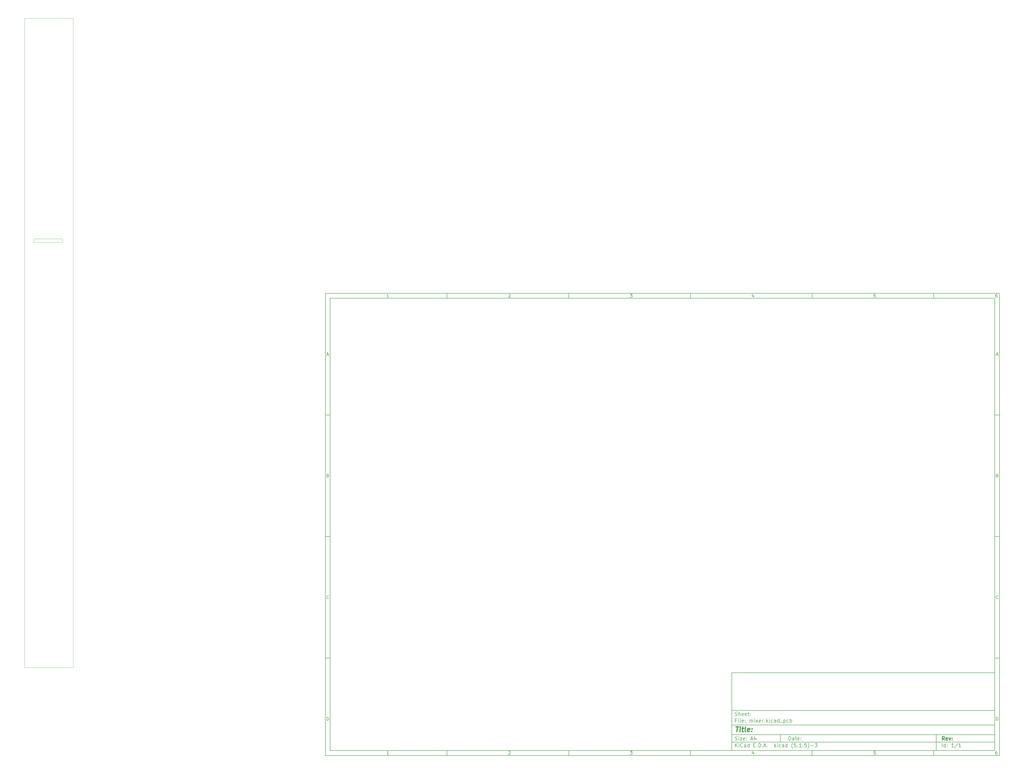
<source format=gbr>
G04 #@! TF.GenerationSoftware,KiCad,Pcbnew,(5.1.5)-3*
G04 #@! TF.CreationDate,2020-05-25T14:27:37+01:00*
G04 #@! TF.ProjectId,mixer,6d697865-722e-46b6-9963-61645f706362,rev?*
G04 #@! TF.SameCoordinates,Original*
G04 #@! TF.FileFunction,Profile,NP*
%FSLAX46Y46*%
G04 Gerber Fmt 4.6, Leading zero omitted, Abs format (unit mm)*
G04 Created by KiCad (PCBNEW (5.1.5)-3) date 2020-05-25 14:27:37*
%MOMM*%
%LPD*%
G04 APERTURE LIST*
%ADD10C,0.100000*%
%ADD11C,0.150000*%
%ADD12C,0.300000*%
%ADD13C,0.400000*%
%ADD14C,0.050000*%
G04 APERTURE END LIST*
D10*
D11*
X177002200Y-166007200D02*
X177002200Y-198007200D01*
X285002200Y-198007200D01*
X285002200Y-166007200D01*
X177002200Y-166007200D01*
D10*
D11*
X10000000Y-10000000D02*
X10000000Y-200007200D01*
X287002200Y-200007200D01*
X287002200Y-10000000D01*
X10000000Y-10000000D01*
D10*
D11*
X12000000Y-12000000D02*
X12000000Y-198007200D01*
X285002200Y-198007200D01*
X285002200Y-12000000D01*
X12000000Y-12000000D01*
D10*
D11*
X60000000Y-12000000D02*
X60000000Y-10000000D01*
D10*
D11*
X110000000Y-12000000D02*
X110000000Y-10000000D01*
D10*
D11*
X160000000Y-12000000D02*
X160000000Y-10000000D01*
D10*
D11*
X210000000Y-12000000D02*
X210000000Y-10000000D01*
D10*
D11*
X260000000Y-12000000D02*
X260000000Y-10000000D01*
D10*
D11*
X36065476Y-11588095D02*
X35322619Y-11588095D01*
X35694047Y-11588095D02*
X35694047Y-10288095D01*
X35570238Y-10473809D01*
X35446428Y-10597619D01*
X35322619Y-10659523D01*
D10*
D11*
X85322619Y-10411904D02*
X85384523Y-10350000D01*
X85508333Y-10288095D01*
X85817857Y-10288095D01*
X85941666Y-10350000D01*
X86003571Y-10411904D01*
X86065476Y-10535714D01*
X86065476Y-10659523D01*
X86003571Y-10845238D01*
X85260714Y-11588095D01*
X86065476Y-11588095D01*
D10*
D11*
X135260714Y-10288095D02*
X136065476Y-10288095D01*
X135632142Y-10783333D01*
X135817857Y-10783333D01*
X135941666Y-10845238D01*
X136003571Y-10907142D01*
X136065476Y-11030952D01*
X136065476Y-11340476D01*
X136003571Y-11464285D01*
X135941666Y-11526190D01*
X135817857Y-11588095D01*
X135446428Y-11588095D01*
X135322619Y-11526190D01*
X135260714Y-11464285D01*
D10*
D11*
X185941666Y-10721428D02*
X185941666Y-11588095D01*
X185632142Y-10226190D02*
X185322619Y-11154761D01*
X186127380Y-11154761D01*
D10*
D11*
X236003571Y-10288095D02*
X235384523Y-10288095D01*
X235322619Y-10907142D01*
X235384523Y-10845238D01*
X235508333Y-10783333D01*
X235817857Y-10783333D01*
X235941666Y-10845238D01*
X236003571Y-10907142D01*
X236065476Y-11030952D01*
X236065476Y-11340476D01*
X236003571Y-11464285D01*
X235941666Y-11526190D01*
X235817857Y-11588095D01*
X235508333Y-11588095D01*
X235384523Y-11526190D01*
X235322619Y-11464285D01*
D10*
D11*
X285941666Y-10288095D02*
X285694047Y-10288095D01*
X285570238Y-10350000D01*
X285508333Y-10411904D01*
X285384523Y-10597619D01*
X285322619Y-10845238D01*
X285322619Y-11340476D01*
X285384523Y-11464285D01*
X285446428Y-11526190D01*
X285570238Y-11588095D01*
X285817857Y-11588095D01*
X285941666Y-11526190D01*
X286003571Y-11464285D01*
X286065476Y-11340476D01*
X286065476Y-11030952D01*
X286003571Y-10907142D01*
X285941666Y-10845238D01*
X285817857Y-10783333D01*
X285570238Y-10783333D01*
X285446428Y-10845238D01*
X285384523Y-10907142D01*
X285322619Y-11030952D01*
D10*
D11*
X60000000Y-198007200D02*
X60000000Y-200007200D01*
D10*
D11*
X110000000Y-198007200D02*
X110000000Y-200007200D01*
D10*
D11*
X160000000Y-198007200D02*
X160000000Y-200007200D01*
D10*
D11*
X210000000Y-198007200D02*
X210000000Y-200007200D01*
D10*
D11*
X260000000Y-198007200D02*
X260000000Y-200007200D01*
D10*
D11*
X36065476Y-199595295D02*
X35322619Y-199595295D01*
X35694047Y-199595295D02*
X35694047Y-198295295D01*
X35570238Y-198481009D01*
X35446428Y-198604819D01*
X35322619Y-198666723D01*
D10*
D11*
X85322619Y-198419104D02*
X85384523Y-198357200D01*
X85508333Y-198295295D01*
X85817857Y-198295295D01*
X85941666Y-198357200D01*
X86003571Y-198419104D01*
X86065476Y-198542914D01*
X86065476Y-198666723D01*
X86003571Y-198852438D01*
X85260714Y-199595295D01*
X86065476Y-199595295D01*
D10*
D11*
X135260714Y-198295295D02*
X136065476Y-198295295D01*
X135632142Y-198790533D01*
X135817857Y-198790533D01*
X135941666Y-198852438D01*
X136003571Y-198914342D01*
X136065476Y-199038152D01*
X136065476Y-199347676D01*
X136003571Y-199471485D01*
X135941666Y-199533390D01*
X135817857Y-199595295D01*
X135446428Y-199595295D01*
X135322619Y-199533390D01*
X135260714Y-199471485D01*
D10*
D11*
X185941666Y-198728628D02*
X185941666Y-199595295D01*
X185632142Y-198233390D02*
X185322619Y-199161961D01*
X186127380Y-199161961D01*
D10*
D11*
X236003571Y-198295295D02*
X235384523Y-198295295D01*
X235322619Y-198914342D01*
X235384523Y-198852438D01*
X235508333Y-198790533D01*
X235817857Y-198790533D01*
X235941666Y-198852438D01*
X236003571Y-198914342D01*
X236065476Y-199038152D01*
X236065476Y-199347676D01*
X236003571Y-199471485D01*
X235941666Y-199533390D01*
X235817857Y-199595295D01*
X235508333Y-199595295D01*
X235384523Y-199533390D01*
X235322619Y-199471485D01*
D10*
D11*
X285941666Y-198295295D02*
X285694047Y-198295295D01*
X285570238Y-198357200D01*
X285508333Y-198419104D01*
X285384523Y-198604819D01*
X285322619Y-198852438D01*
X285322619Y-199347676D01*
X285384523Y-199471485D01*
X285446428Y-199533390D01*
X285570238Y-199595295D01*
X285817857Y-199595295D01*
X285941666Y-199533390D01*
X286003571Y-199471485D01*
X286065476Y-199347676D01*
X286065476Y-199038152D01*
X286003571Y-198914342D01*
X285941666Y-198852438D01*
X285817857Y-198790533D01*
X285570238Y-198790533D01*
X285446428Y-198852438D01*
X285384523Y-198914342D01*
X285322619Y-199038152D01*
D10*
D11*
X10000000Y-60000000D02*
X12000000Y-60000000D01*
D10*
D11*
X10000000Y-110000000D02*
X12000000Y-110000000D01*
D10*
D11*
X10000000Y-160000000D02*
X12000000Y-160000000D01*
D10*
D11*
X10690476Y-35216666D02*
X11309523Y-35216666D01*
X10566666Y-35588095D02*
X11000000Y-34288095D01*
X11433333Y-35588095D01*
D10*
D11*
X11092857Y-84907142D02*
X11278571Y-84969047D01*
X11340476Y-85030952D01*
X11402380Y-85154761D01*
X11402380Y-85340476D01*
X11340476Y-85464285D01*
X11278571Y-85526190D01*
X11154761Y-85588095D01*
X10659523Y-85588095D01*
X10659523Y-84288095D01*
X11092857Y-84288095D01*
X11216666Y-84350000D01*
X11278571Y-84411904D01*
X11340476Y-84535714D01*
X11340476Y-84659523D01*
X11278571Y-84783333D01*
X11216666Y-84845238D01*
X11092857Y-84907142D01*
X10659523Y-84907142D01*
D10*
D11*
X11402380Y-135464285D02*
X11340476Y-135526190D01*
X11154761Y-135588095D01*
X11030952Y-135588095D01*
X10845238Y-135526190D01*
X10721428Y-135402380D01*
X10659523Y-135278571D01*
X10597619Y-135030952D01*
X10597619Y-134845238D01*
X10659523Y-134597619D01*
X10721428Y-134473809D01*
X10845238Y-134350000D01*
X11030952Y-134288095D01*
X11154761Y-134288095D01*
X11340476Y-134350000D01*
X11402380Y-134411904D01*
D10*
D11*
X10659523Y-185588095D02*
X10659523Y-184288095D01*
X10969047Y-184288095D01*
X11154761Y-184350000D01*
X11278571Y-184473809D01*
X11340476Y-184597619D01*
X11402380Y-184845238D01*
X11402380Y-185030952D01*
X11340476Y-185278571D01*
X11278571Y-185402380D01*
X11154761Y-185526190D01*
X10969047Y-185588095D01*
X10659523Y-185588095D01*
D10*
D11*
X287002200Y-60000000D02*
X285002200Y-60000000D01*
D10*
D11*
X287002200Y-110000000D02*
X285002200Y-110000000D01*
D10*
D11*
X287002200Y-160000000D02*
X285002200Y-160000000D01*
D10*
D11*
X285692676Y-35216666D02*
X286311723Y-35216666D01*
X285568866Y-35588095D02*
X286002200Y-34288095D01*
X286435533Y-35588095D01*
D10*
D11*
X286095057Y-84907142D02*
X286280771Y-84969047D01*
X286342676Y-85030952D01*
X286404580Y-85154761D01*
X286404580Y-85340476D01*
X286342676Y-85464285D01*
X286280771Y-85526190D01*
X286156961Y-85588095D01*
X285661723Y-85588095D01*
X285661723Y-84288095D01*
X286095057Y-84288095D01*
X286218866Y-84350000D01*
X286280771Y-84411904D01*
X286342676Y-84535714D01*
X286342676Y-84659523D01*
X286280771Y-84783333D01*
X286218866Y-84845238D01*
X286095057Y-84907142D01*
X285661723Y-84907142D01*
D10*
D11*
X286404580Y-135464285D02*
X286342676Y-135526190D01*
X286156961Y-135588095D01*
X286033152Y-135588095D01*
X285847438Y-135526190D01*
X285723628Y-135402380D01*
X285661723Y-135278571D01*
X285599819Y-135030952D01*
X285599819Y-134845238D01*
X285661723Y-134597619D01*
X285723628Y-134473809D01*
X285847438Y-134350000D01*
X286033152Y-134288095D01*
X286156961Y-134288095D01*
X286342676Y-134350000D01*
X286404580Y-134411904D01*
D10*
D11*
X285661723Y-185588095D02*
X285661723Y-184288095D01*
X285971247Y-184288095D01*
X286156961Y-184350000D01*
X286280771Y-184473809D01*
X286342676Y-184597619D01*
X286404580Y-184845238D01*
X286404580Y-185030952D01*
X286342676Y-185278571D01*
X286280771Y-185402380D01*
X286156961Y-185526190D01*
X285971247Y-185588095D01*
X285661723Y-185588095D01*
D10*
D11*
X200434342Y-193785771D02*
X200434342Y-192285771D01*
X200791485Y-192285771D01*
X201005771Y-192357200D01*
X201148628Y-192500057D01*
X201220057Y-192642914D01*
X201291485Y-192928628D01*
X201291485Y-193142914D01*
X201220057Y-193428628D01*
X201148628Y-193571485D01*
X201005771Y-193714342D01*
X200791485Y-193785771D01*
X200434342Y-193785771D01*
X202577200Y-193785771D02*
X202577200Y-193000057D01*
X202505771Y-192857200D01*
X202362914Y-192785771D01*
X202077200Y-192785771D01*
X201934342Y-192857200D01*
X202577200Y-193714342D02*
X202434342Y-193785771D01*
X202077200Y-193785771D01*
X201934342Y-193714342D01*
X201862914Y-193571485D01*
X201862914Y-193428628D01*
X201934342Y-193285771D01*
X202077200Y-193214342D01*
X202434342Y-193214342D01*
X202577200Y-193142914D01*
X203077200Y-192785771D02*
X203648628Y-192785771D01*
X203291485Y-192285771D02*
X203291485Y-193571485D01*
X203362914Y-193714342D01*
X203505771Y-193785771D01*
X203648628Y-193785771D01*
X204720057Y-193714342D02*
X204577200Y-193785771D01*
X204291485Y-193785771D01*
X204148628Y-193714342D01*
X204077200Y-193571485D01*
X204077200Y-193000057D01*
X204148628Y-192857200D01*
X204291485Y-192785771D01*
X204577200Y-192785771D01*
X204720057Y-192857200D01*
X204791485Y-193000057D01*
X204791485Y-193142914D01*
X204077200Y-193285771D01*
X205434342Y-193642914D02*
X205505771Y-193714342D01*
X205434342Y-193785771D01*
X205362914Y-193714342D01*
X205434342Y-193642914D01*
X205434342Y-193785771D01*
X205434342Y-192857200D02*
X205505771Y-192928628D01*
X205434342Y-193000057D01*
X205362914Y-192928628D01*
X205434342Y-192857200D01*
X205434342Y-193000057D01*
D10*
D11*
X177002200Y-194507200D02*
X285002200Y-194507200D01*
D10*
D11*
X178434342Y-196585771D02*
X178434342Y-195085771D01*
X179291485Y-196585771D02*
X178648628Y-195728628D01*
X179291485Y-195085771D02*
X178434342Y-195942914D01*
X179934342Y-196585771D02*
X179934342Y-195585771D01*
X179934342Y-195085771D02*
X179862914Y-195157200D01*
X179934342Y-195228628D01*
X180005771Y-195157200D01*
X179934342Y-195085771D01*
X179934342Y-195228628D01*
X181505771Y-196442914D02*
X181434342Y-196514342D01*
X181220057Y-196585771D01*
X181077200Y-196585771D01*
X180862914Y-196514342D01*
X180720057Y-196371485D01*
X180648628Y-196228628D01*
X180577200Y-195942914D01*
X180577200Y-195728628D01*
X180648628Y-195442914D01*
X180720057Y-195300057D01*
X180862914Y-195157200D01*
X181077200Y-195085771D01*
X181220057Y-195085771D01*
X181434342Y-195157200D01*
X181505771Y-195228628D01*
X182791485Y-196585771D02*
X182791485Y-195800057D01*
X182720057Y-195657200D01*
X182577200Y-195585771D01*
X182291485Y-195585771D01*
X182148628Y-195657200D01*
X182791485Y-196514342D02*
X182648628Y-196585771D01*
X182291485Y-196585771D01*
X182148628Y-196514342D01*
X182077200Y-196371485D01*
X182077200Y-196228628D01*
X182148628Y-196085771D01*
X182291485Y-196014342D01*
X182648628Y-196014342D01*
X182791485Y-195942914D01*
X184148628Y-196585771D02*
X184148628Y-195085771D01*
X184148628Y-196514342D02*
X184005771Y-196585771D01*
X183720057Y-196585771D01*
X183577200Y-196514342D01*
X183505771Y-196442914D01*
X183434342Y-196300057D01*
X183434342Y-195871485D01*
X183505771Y-195728628D01*
X183577200Y-195657200D01*
X183720057Y-195585771D01*
X184005771Y-195585771D01*
X184148628Y-195657200D01*
X186005771Y-195800057D02*
X186505771Y-195800057D01*
X186720057Y-196585771D02*
X186005771Y-196585771D01*
X186005771Y-195085771D01*
X186720057Y-195085771D01*
X187362914Y-196442914D02*
X187434342Y-196514342D01*
X187362914Y-196585771D01*
X187291485Y-196514342D01*
X187362914Y-196442914D01*
X187362914Y-196585771D01*
X188077200Y-196585771D02*
X188077200Y-195085771D01*
X188434342Y-195085771D01*
X188648628Y-195157200D01*
X188791485Y-195300057D01*
X188862914Y-195442914D01*
X188934342Y-195728628D01*
X188934342Y-195942914D01*
X188862914Y-196228628D01*
X188791485Y-196371485D01*
X188648628Y-196514342D01*
X188434342Y-196585771D01*
X188077200Y-196585771D01*
X189577200Y-196442914D02*
X189648628Y-196514342D01*
X189577200Y-196585771D01*
X189505771Y-196514342D01*
X189577200Y-196442914D01*
X189577200Y-196585771D01*
X190220057Y-196157200D02*
X190934342Y-196157200D01*
X190077200Y-196585771D02*
X190577200Y-195085771D01*
X191077200Y-196585771D01*
X191577200Y-196442914D02*
X191648628Y-196514342D01*
X191577200Y-196585771D01*
X191505771Y-196514342D01*
X191577200Y-196442914D01*
X191577200Y-196585771D01*
X194577200Y-196585771D02*
X194577200Y-195085771D01*
X194720057Y-196014342D02*
X195148628Y-196585771D01*
X195148628Y-195585771D02*
X194577200Y-196157200D01*
X195791485Y-196585771D02*
X195791485Y-195585771D01*
X195791485Y-195085771D02*
X195720057Y-195157200D01*
X195791485Y-195228628D01*
X195862914Y-195157200D01*
X195791485Y-195085771D01*
X195791485Y-195228628D01*
X197148628Y-196514342D02*
X197005771Y-196585771D01*
X196720057Y-196585771D01*
X196577200Y-196514342D01*
X196505771Y-196442914D01*
X196434342Y-196300057D01*
X196434342Y-195871485D01*
X196505771Y-195728628D01*
X196577200Y-195657200D01*
X196720057Y-195585771D01*
X197005771Y-195585771D01*
X197148628Y-195657200D01*
X198434342Y-196585771D02*
X198434342Y-195800057D01*
X198362914Y-195657200D01*
X198220057Y-195585771D01*
X197934342Y-195585771D01*
X197791485Y-195657200D01*
X198434342Y-196514342D02*
X198291485Y-196585771D01*
X197934342Y-196585771D01*
X197791485Y-196514342D01*
X197720057Y-196371485D01*
X197720057Y-196228628D01*
X197791485Y-196085771D01*
X197934342Y-196014342D01*
X198291485Y-196014342D01*
X198434342Y-195942914D01*
X199791485Y-196585771D02*
X199791485Y-195085771D01*
X199791485Y-196514342D02*
X199648628Y-196585771D01*
X199362914Y-196585771D01*
X199220057Y-196514342D01*
X199148628Y-196442914D01*
X199077200Y-196300057D01*
X199077200Y-195871485D01*
X199148628Y-195728628D01*
X199220057Y-195657200D01*
X199362914Y-195585771D01*
X199648628Y-195585771D01*
X199791485Y-195657200D01*
X202077200Y-197157200D02*
X202005771Y-197085771D01*
X201862914Y-196871485D01*
X201791485Y-196728628D01*
X201720057Y-196514342D01*
X201648628Y-196157200D01*
X201648628Y-195871485D01*
X201720057Y-195514342D01*
X201791485Y-195300057D01*
X201862914Y-195157200D01*
X202005771Y-194942914D01*
X202077200Y-194871485D01*
X203362914Y-195085771D02*
X202648628Y-195085771D01*
X202577200Y-195800057D01*
X202648628Y-195728628D01*
X202791485Y-195657200D01*
X203148628Y-195657200D01*
X203291485Y-195728628D01*
X203362914Y-195800057D01*
X203434342Y-195942914D01*
X203434342Y-196300057D01*
X203362914Y-196442914D01*
X203291485Y-196514342D01*
X203148628Y-196585771D01*
X202791485Y-196585771D01*
X202648628Y-196514342D01*
X202577200Y-196442914D01*
X204077200Y-196442914D02*
X204148628Y-196514342D01*
X204077200Y-196585771D01*
X204005771Y-196514342D01*
X204077200Y-196442914D01*
X204077200Y-196585771D01*
X205577200Y-196585771D02*
X204720057Y-196585771D01*
X205148628Y-196585771D02*
X205148628Y-195085771D01*
X205005771Y-195300057D01*
X204862914Y-195442914D01*
X204720057Y-195514342D01*
X206220057Y-196442914D02*
X206291485Y-196514342D01*
X206220057Y-196585771D01*
X206148628Y-196514342D01*
X206220057Y-196442914D01*
X206220057Y-196585771D01*
X207648628Y-195085771D02*
X206934342Y-195085771D01*
X206862914Y-195800057D01*
X206934342Y-195728628D01*
X207077200Y-195657200D01*
X207434342Y-195657200D01*
X207577200Y-195728628D01*
X207648628Y-195800057D01*
X207720057Y-195942914D01*
X207720057Y-196300057D01*
X207648628Y-196442914D01*
X207577200Y-196514342D01*
X207434342Y-196585771D01*
X207077200Y-196585771D01*
X206934342Y-196514342D01*
X206862914Y-196442914D01*
X208220057Y-197157200D02*
X208291485Y-197085771D01*
X208434342Y-196871485D01*
X208505771Y-196728628D01*
X208577200Y-196514342D01*
X208648628Y-196157200D01*
X208648628Y-195871485D01*
X208577200Y-195514342D01*
X208505771Y-195300057D01*
X208434342Y-195157200D01*
X208291485Y-194942914D01*
X208220057Y-194871485D01*
X209362914Y-196014342D02*
X210505771Y-196014342D01*
X211077200Y-195085771D02*
X212005771Y-195085771D01*
X211505771Y-195657200D01*
X211720057Y-195657200D01*
X211862914Y-195728628D01*
X211934342Y-195800057D01*
X212005771Y-195942914D01*
X212005771Y-196300057D01*
X211934342Y-196442914D01*
X211862914Y-196514342D01*
X211720057Y-196585771D01*
X211291485Y-196585771D01*
X211148628Y-196514342D01*
X211077200Y-196442914D01*
D10*
D11*
X177002200Y-191507200D02*
X285002200Y-191507200D01*
D10*
D12*
X264411485Y-193785771D02*
X263911485Y-193071485D01*
X263554342Y-193785771D02*
X263554342Y-192285771D01*
X264125771Y-192285771D01*
X264268628Y-192357200D01*
X264340057Y-192428628D01*
X264411485Y-192571485D01*
X264411485Y-192785771D01*
X264340057Y-192928628D01*
X264268628Y-193000057D01*
X264125771Y-193071485D01*
X263554342Y-193071485D01*
X265625771Y-193714342D02*
X265482914Y-193785771D01*
X265197200Y-193785771D01*
X265054342Y-193714342D01*
X264982914Y-193571485D01*
X264982914Y-193000057D01*
X265054342Y-192857200D01*
X265197200Y-192785771D01*
X265482914Y-192785771D01*
X265625771Y-192857200D01*
X265697200Y-193000057D01*
X265697200Y-193142914D01*
X264982914Y-193285771D01*
X266197200Y-192785771D02*
X266554342Y-193785771D01*
X266911485Y-192785771D01*
X267482914Y-193642914D02*
X267554342Y-193714342D01*
X267482914Y-193785771D01*
X267411485Y-193714342D01*
X267482914Y-193642914D01*
X267482914Y-193785771D01*
X267482914Y-192857200D02*
X267554342Y-192928628D01*
X267482914Y-193000057D01*
X267411485Y-192928628D01*
X267482914Y-192857200D01*
X267482914Y-193000057D01*
D10*
D11*
X178362914Y-193714342D02*
X178577200Y-193785771D01*
X178934342Y-193785771D01*
X179077200Y-193714342D01*
X179148628Y-193642914D01*
X179220057Y-193500057D01*
X179220057Y-193357200D01*
X179148628Y-193214342D01*
X179077200Y-193142914D01*
X178934342Y-193071485D01*
X178648628Y-193000057D01*
X178505771Y-192928628D01*
X178434342Y-192857200D01*
X178362914Y-192714342D01*
X178362914Y-192571485D01*
X178434342Y-192428628D01*
X178505771Y-192357200D01*
X178648628Y-192285771D01*
X179005771Y-192285771D01*
X179220057Y-192357200D01*
X179862914Y-193785771D02*
X179862914Y-192785771D01*
X179862914Y-192285771D02*
X179791485Y-192357200D01*
X179862914Y-192428628D01*
X179934342Y-192357200D01*
X179862914Y-192285771D01*
X179862914Y-192428628D01*
X180434342Y-192785771D02*
X181220057Y-192785771D01*
X180434342Y-193785771D01*
X181220057Y-193785771D01*
X182362914Y-193714342D02*
X182220057Y-193785771D01*
X181934342Y-193785771D01*
X181791485Y-193714342D01*
X181720057Y-193571485D01*
X181720057Y-193000057D01*
X181791485Y-192857200D01*
X181934342Y-192785771D01*
X182220057Y-192785771D01*
X182362914Y-192857200D01*
X182434342Y-193000057D01*
X182434342Y-193142914D01*
X181720057Y-193285771D01*
X183077200Y-193642914D02*
X183148628Y-193714342D01*
X183077200Y-193785771D01*
X183005771Y-193714342D01*
X183077200Y-193642914D01*
X183077200Y-193785771D01*
X183077200Y-192857200D02*
X183148628Y-192928628D01*
X183077200Y-193000057D01*
X183005771Y-192928628D01*
X183077200Y-192857200D01*
X183077200Y-193000057D01*
X184862914Y-193357200D02*
X185577200Y-193357200D01*
X184720057Y-193785771D02*
X185220057Y-192285771D01*
X185720057Y-193785771D01*
X186862914Y-192785771D02*
X186862914Y-193785771D01*
X186505771Y-192214342D02*
X186148628Y-193285771D01*
X187077200Y-193285771D01*
D10*
D11*
X263434342Y-196585771D02*
X263434342Y-195085771D01*
X264791485Y-196585771D02*
X264791485Y-195085771D01*
X264791485Y-196514342D02*
X264648628Y-196585771D01*
X264362914Y-196585771D01*
X264220057Y-196514342D01*
X264148628Y-196442914D01*
X264077200Y-196300057D01*
X264077200Y-195871485D01*
X264148628Y-195728628D01*
X264220057Y-195657200D01*
X264362914Y-195585771D01*
X264648628Y-195585771D01*
X264791485Y-195657200D01*
X265505771Y-196442914D02*
X265577200Y-196514342D01*
X265505771Y-196585771D01*
X265434342Y-196514342D01*
X265505771Y-196442914D01*
X265505771Y-196585771D01*
X265505771Y-195657200D02*
X265577200Y-195728628D01*
X265505771Y-195800057D01*
X265434342Y-195728628D01*
X265505771Y-195657200D01*
X265505771Y-195800057D01*
X268148628Y-196585771D02*
X267291485Y-196585771D01*
X267720057Y-196585771D02*
X267720057Y-195085771D01*
X267577200Y-195300057D01*
X267434342Y-195442914D01*
X267291485Y-195514342D01*
X269862914Y-195014342D02*
X268577200Y-196942914D01*
X271148628Y-196585771D02*
X270291485Y-196585771D01*
X270720057Y-196585771D02*
X270720057Y-195085771D01*
X270577200Y-195300057D01*
X270434342Y-195442914D01*
X270291485Y-195514342D01*
D10*
D11*
X177002200Y-187507200D02*
X285002200Y-187507200D01*
D10*
D13*
X178714580Y-188211961D02*
X179857438Y-188211961D01*
X179036009Y-190211961D02*
X179286009Y-188211961D01*
X180274104Y-190211961D02*
X180440771Y-188878628D01*
X180524104Y-188211961D02*
X180416961Y-188307200D01*
X180500295Y-188402438D01*
X180607438Y-188307200D01*
X180524104Y-188211961D01*
X180500295Y-188402438D01*
X181107438Y-188878628D02*
X181869342Y-188878628D01*
X181476485Y-188211961D02*
X181262200Y-189926247D01*
X181333628Y-190116723D01*
X181512200Y-190211961D01*
X181702676Y-190211961D01*
X182655057Y-190211961D02*
X182476485Y-190116723D01*
X182405057Y-189926247D01*
X182619342Y-188211961D01*
X184190771Y-190116723D02*
X183988390Y-190211961D01*
X183607438Y-190211961D01*
X183428866Y-190116723D01*
X183357438Y-189926247D01*
X183452676Y-189164342D01*
X183571723Y-188973866D01*
X183774104Y-188878628D01*
X184155057Y-188878628D01*
X184333628Y-188973866D01*
X184405057Y-189164342D01*
X184381247Y-189354819D01*
X183405057Y-189545295D01*
X185155057Y-190021485D02*
X185238390Y-190116723D01*
X185131247Y-190211961D01*
X185047914Y-190116723D01*
X185155057Y-190021485D01*
X185131247Y-190211961D01*
X185286009Y-188973866D02*
X185369342Y-189069104D01*
X185262200Y-189164342D01*
X185178866Y-189069104D01*
X185286009Y-188973866D01*
X185262200Y-189164342D01*
D10*
D11*
X178934342Y-185600057D02*
X178434342Y-185600057D01*
X178434342Y-186385771D02*
X178434342Y-184885771D01*
X179148628Y-184885771D01*
X179720057Y-186385771D02*
X179720057Y-185385771D01*
X179720057Y-184885771D02*
X179648628Y-184957200D01*
X179720057Y-185028628D01*
X179791485Y-184957200D01*
X179720057Y-184885771D01*
X179720057Y-185028628D01*
X180648628Y-186385771D02*
X180505771Y-186314342D01*
X180434342Y-186171485D01*
X180434342Y-184885771D01*
X181791485Y-186314342D02*
X181648628Y-186385771D01*
X181362914Y-186385771D01*
X181220057Y-186314342D01*
X181148628Y-186171485D01*
X181148628Y-185600057D01*
X181220057Y-185457200D01*
X181362914Y-185385771D01*
X181648628Y-185385771D01*
X181791485Y-185457200D01*
X181862914Y-185600057D01*
X181862914Y-185742914D01*
X181148628Y-185885771D01*
X182505771Y-186242914D02*
X182577200Y-186314342D01*
X182505771Y-186385771D01*
X182434342Y-186314342D01*
X182505771Y-186242914D01*
X182505771Y-186385771D01*
X182505771Y-185457200D02*
X182577200Y-185528628D01*
X182505771Y-185600057D01*
X182434342Y-185528628D01*
X182505771Y-185457200D01*
X182505771Y-185600057D01*
X184362914Y-186385771D02*
X184362914Y-185385771D01*
X184362914Y-185528628D02*
X184434342Y-185457200D01*
X184577200Y-185385771D01*
X184791485Y-185385771D01*
X184934342Y-185457200D01*
X185005771Y-185600057D01*
X185005771Y-186385771D01*
X185005771Y-185600057D02*
X185077200Y-185457200D01*
X185220057Y-185385771D01*
X185434342Y-185385771D01*
X185577200Y-185457200D01*
X185648628Y-185600057D01*
X185648628Y-186385771D01*
X186362914Y-186385771D02*
X186362914Y-185385771D01*
X186362914Y-184885771D02*
X186291485Y-184957200D01*
X186362914Y-185028628D01*
X186434342Y-184957200D01*
X186362914Y-184885771D01*
X186362914Y-185028628D01*
X186934342Y-186385771D02*
X187720057Y-185385771D01*
X186934342Y-185385771D02*
X187720057Y-186385771D01*
X188862914Y-186314342D02*
X188720057Y-186385771D01*
X188434342Y-186385771D01*
X188291485Y-186314342D01*
X188220057Y-186171485D01*
X188220057Y-185600057D01*
X188291485Y-185457200D01*
X188434342Y-185385771D01*
X188720057Y-185385771D01*
X188862914Y-185457200D01*
X188934342Y-185600057D01*
X188934342Y-185742914D01*
X188220057Y-185885771D01*
X189577200Y-186385771D02*
X189577200Y-185385771D01*
X189577200Y-185671485D02*
X189648628Y-185528628D01*
X189720057Y-185457200D01*
X189862914Y-185385771D01*
X190005771Y-185385771D01*
X190505771Y-186242914D02*
X190577200Y-186314342D01*
X190505771Y-186385771D01*
X190434342Y-186314342D01*
X190505771Y-186242914D01*
X190505771Y-186385771D01*
X191220057Y-186385771D02*
X191220057Y-184885771D01*
X191362914Y-185814342D02*
X191791485Y-186385771D01*
X191791485Y-185385771D02*
X191220057Y-185957200D01*
X192434342Y-186385771D02*
X192434342Y-185385771D01*
X192434342Y-184885771D02*
X192362914Y-184957200D01*
X192434342Y-185028628D01*
X192505771Y-184957200D01*
X192434342Y-184885771D01*
X192434342Y-185028628D01*
X193791485Y-186314342D02*
X193648628Y-186385771D01*
X193362914Y-186385771D01*
X193220057Y-186314342D01*
X193148628Y-186242914D01*
X193077200Y-186100057D01*
X193077200Y-185671485D01*
X193148628Y-185528628D01*
X193220057Y-185457200D01*
X193362914Y-185385771D01*
X193648628Y-185385771D01*
X193791485Y-185457200D01*
X195077200Y-186385771D02*
X195077200Y-185600057D01*
X195005771Y-185457200D01*
X194862914Y-185385771D01*
X194577200Y-185385771D01*
X194434342Y-185457200D01*
X195077200Y-186314342D02*
X194934342Y-186385771D01*
X194577200Y-186385771D01*
X194434342Y-186314342D01*
X194362914Y-186171485D01*
X194362914Y-186028628D01*
X194434342Y-185885771D01*
X194577200Y-185814342D01*
X194934342Y-185814342D01*
X195077200Y-185742914D01*
X196434342Y-186385771D02*
X196434342Y-184885771D01*
X196434342Y-186314342D02*
X196291485Y-186385771D01*
X196005771Y-186385771D01*
X195862914Y-186314342D01*
X195791485Y-186242914D01*
X195720057Y-186100057D01*
X195720057Y-185671485D01*
X195791485Y-185528628D01*
X195862914Y-185457200D01*
X196005771Y-185385771D01*
X196291485Y-185385771D01*
X196434342Y-185457200D01*
X196791485Y-186528628D02*
X197934342Y-186528628D01*
X198291485Y-185385771D02*
X198291485Y-186885771D01*
X198291485Y-185457200D02*
X198434342Y-185385771D01*
X198720057Y-185385771D01*
X198862914Y-185457200D01*
X198934342Y-185528628D01*
X199005771Y-185671485D01*
X199005771Y-186100057D01*
X198934342Y-186242914D01*
X198862914Y-186314342D01*
X198720057Y-186385771D01*
X198434342Y-186385771D01*
X198291485Y-186314342D01*
X200291485Y-186314342D02*
X200148628Y-186385771D01*
X199862914Y-186385771D01*
X199720057Y-186314342D01*
X199648628Y-186242914D01*
X199577200Y-186100057D01*
X199577200Y-185671485D01*
X199648628Y-185528628D01*
X199720057Y-185457200D01*
X199862914Y-185385771D01*
X200148628Y-185385771D01*
X200291485Y-185457200D01*
X200934342Y-186385771D02*
X200934342Y-184885771D01*
X200934342Y-185457200D02*
X201077200Y-185385771D01*
X201362914Y-185385771D01*
X201505771Y-185457200D01*
X201577200Y-185528628D01*
X201648628Y-185671485D01*
X201648628Y-186100057D01*
X201577200Y-186242914D01*
X201505771Y-186314342D01*
X201362914Y-186385771D01*
X201077200Y-186385771D01*
X200934342Y-186314342D01*
D10*
D11*
X177002200Y-181507200D02*
X285002200Y-181507200D01*
D10*
D11*
X178362914Y-183614342D02*
X178577200Y-183685771D01*
X178934342Y-183685771D01*
X179077200Y-183614342D01*
X179148628Y-183542914D01*
X179220057Y-183400057D01*
X179220057Y-183257200D01*
X179148628Y-183114342D01*
X179077200Y-183042914D01*
X178934342Y-182971485D01*
X178648628Y-182900057D01*
X178505771Y-182828628D01*
X178434342Y-182757200D01*
X178362914Y-182614342D01*
X178362914Y-182471485D01*
X178434342Y-182328628D01*
X178505771Y-182257200D01*
X178648628Y-182185771D01*
X179005771Y-182185771D01*
X179220057Y-182257200D01*
X179862914Y-183685771D02*
X179862914Y-182185771D01*
X180505771Y-183685771D02*
X180505771Y-182900057D01*
X180434342Y-182757200D01*
X180291485Y-182685771D01*
X180077200Y-182685771D01*
X179934342Y-182757200D01*
X179862914Y-182828628D01*
X181791485Y-183614342D02*
X181648628Y-183685771D01*
X181362914Y-183685771D01*
X181220057Y-183614342D01*
X181148628Y-183471485D01*
X181148628Y-182900057D01*
X181220057Y-182757200D01*
X181362914Y-182685771D01*
X181648628Y-182685771D01*
X181791485Y-182757200D01*
X181862914Y-182900057D01*
X181862914Y-183042914D01*
X181148628Y-183185771D01*
X183077200Y-183614342D02*
X182934342Y-183685771D01*
X182648628Y-183685771D01*
X182505771Y-183614342D01*
X182434342Y-183471485D01*
X182434342Y-182900057D01*
X182505771Y-182757200D01*
X182648628Y-182685771D01*
X182934342Y-182685771D01*
X183077200Y-182757200D01*
X183148628Y-182900057D01*
X183148628Y-183042914D01*
X182434342Y-183185771D01*
X183577200Y-182685771D02*
X184148628Y-182685771D01*
X183791485Y-182185771D02*
X183791485Y-183471485D01*
X183862914Y-183614342D01*
X184005771Y-183685771D01*
X184148628Y-183685771D01*
X184648628Y-183542914D02*
X184720057Y-183614342D01*
X184648628Y-183685771D01*
X184577200Y-183614342D01*
X184648628Y-183542914D01*
X184648628Y-183685771D01*
X184648628Y-182757200D02*
X184720057Y-182828628D01*
X184648628Y-182900057D01*
X184577200Y-182828628D01*
X184648628Y-182757200D01*
X184648628Y-182900057D01*
D10*
D11*
X197002200Y-191507200D02*
X197002200Y-194507200D01*
D10*
D11*
X261002200Y-191507200D02*
X261002200Y-198007200D01*
D14*
X-98568000Y10922000D02*
X-109220000Y10922000D01*
X-109220000Y12446000D02*
X-98568000Y12446000D01*
X-109220000Y10922000D02*
G75*
G02X-109220000Y12446000I0J762000D01*
G01*
X-98568000Y12446000D02*
G75*
G02X-98568000Y10922000I0J-762000D01*
G01*
X-93614000Y103120000D02*
X-113614000Y103120000D01*
X-113614000Y11120000D02*
X-113614000Y-163880000D01*
X-93614000Y-163880000D02*
X-93614000Y103120000D01*
X-113614000Y-163880000D02*
X-93614000Y-163880000D01*
X-113614000Y11120000D02*
X-113614000Y103120000D01*
M02*

</source>
